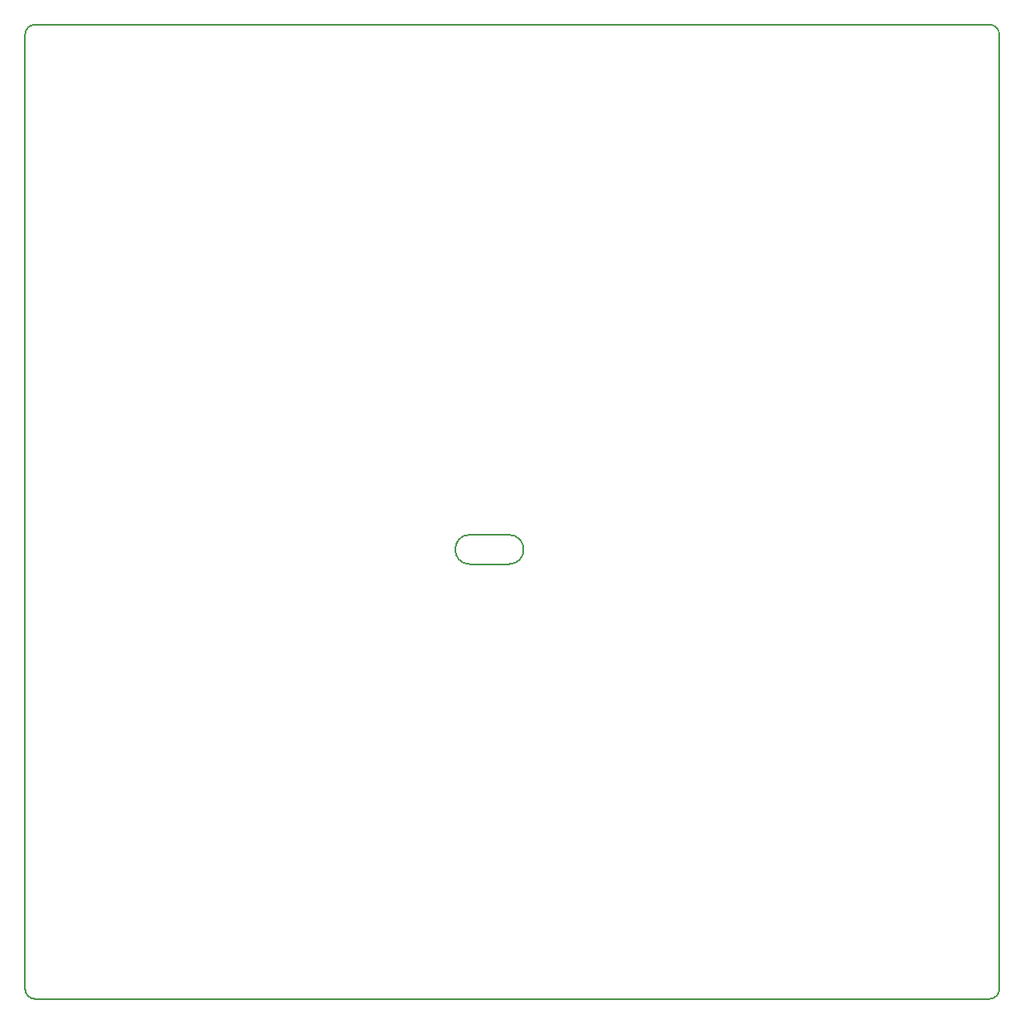
<source format=gm1>
%TF.GenerationSoftware,KiCad,Pcbnew,8.0.1*%
%TF.CreationDate,2024-09-28T11:52:02+02:00*%
%TF.ProjectId,stmbl_5.0,73746d62-6c5f-4352-9e30-2e6b69636164,1.0*%
%TF.SameCoordinates,Original*%
%TF.FileFunction,Profile,NP*%
%FSLAX46Y46*%
G04 Gerber Fmt 4.6, Leading zero omitted, Abs format (unit mm)*
G04 Created by KiCad (PCBNEW 8.0.1) date 2024-09-28 11:52:02*
%MOMM*%
%LPD*%
G01*
G04 APERTURE LIST*
%TA.AperFunction,Profile*%
%ADD10C,0.150000*%
%TD*%
G04 APERTURE END LIST*
D10*
X143740000Y-105080000D02*
G75*
G02*
X143740000Y-102080000I0J1500000D01*
G01*
X196980000Y-149620000D02*
X99180000Y-149620000D01*
X98180000Y-148620000D02*
X98180000Y-50820000D01*
X99180000Y-149620000D02*
G75*
G02*
X98180000Y-148620000I0J1000000D01*
G01*
X143740000Y-105080000D02*
X147740000Y-105080000D01*
X99180000Y-49820000D02*
X196979328Y-49819948D01*
X147740000Y-102080000D02*
G75*
G02*
X147740000Y-105080000I0J-1500000D01*
G01*
X143740000Y-102080000D02*
X147740000Y-102080000D01*
X197979328Y-50830000D02*
X197980000Y-148620000D01*
X196979328Y-49819948D02*
G75*
G02*
X197979302Y-50830000I-28J-1000052D01*
G01*
X98180000Y-50820000D02*
G75*
G02*
X99180000Y-49820000I1000000J0D01*
G01*
X197980000Y-148620000D02*
G75*
G02*
X196980000Y-149620000I-1000000J0D01*
G01*
M02*

</source>
